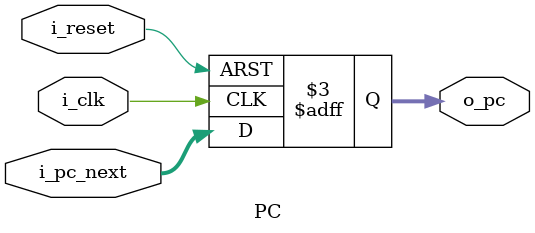
<source format=sv>
module PC(
  input               i_clk,        // Clock
  input               i_reset,      // Active-low reset
  input  [31:0]       i_pc_next,    // Next PC value
  output logic [31:0] o_pc          // Current PC value
);

  // Synchronous update with asynchronous reset
  always_ff @(posedge i_clk or negedge i_reset) begin
    if (~i_reset) begin
      o_pc <= 32'd0;                 // Reset PC to 0
    end else begin
      o_pc <= i_pc_next;             // Update PC
    end
  end

endmodule
</source>
